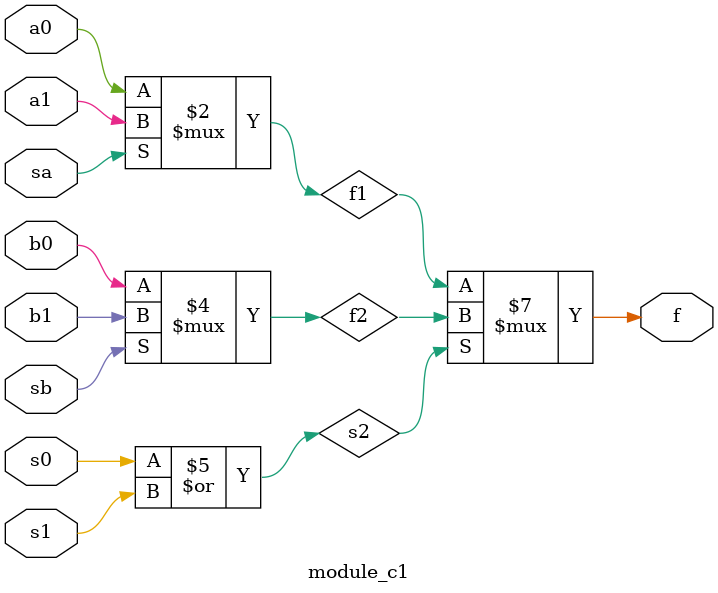
<source format=v>
`timescale 1 ns / 1 ns
module module_c1(a0, a1, sa, b0, b1, sb, s0, s1, f);
    input a0, a1, sa, b0, b1, sb, s0, s1;
    output f;

    wire f1, f2, s2;

    assign f1 = ~sa ? a0 : a1;
    assign f2 = ~sb ? b0 : b1;
    assign s2 = s0 | s1;

    assign f = ~s2 ? f1 : f2;
endmodule
</source>
